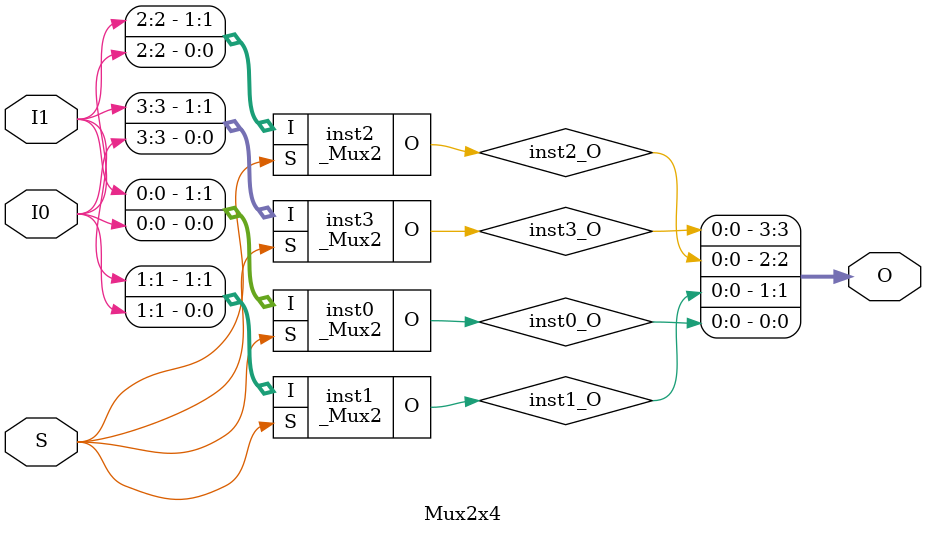
<source format=v>
module _Mux2 (input [1:0] I, input  S, output  O);
wire  inst0_out;
coreir_bitmux inst0 (.in0(I[0]), .in1(I[1]), .sel(S), .out(inst0_out));
assign O = inst0_out;
endmodule

module Mux2x4 (input [3:0] I0, input [3:0] I1, input  S, output [3:0] O);
wire  inst0_O;
wire  inst1_O;
wire  inst2_O;
wire  inst3_O;
_Mux2 inst0 (.I({I1[0],I0[0]}), .S(S), .O(inst0_O));
_Mux2 inst1 (.I({I1[1],I0[1]}), .S(S), .O(inst1_O));
_Mux2 inst2 (.I({I1[2],I0[2]}), .S(S), .O(inst2_O));
_Mux2 inst3 (.I({I1[3],I0[3]}), .S(S), .O(inst3_O));
assign O = {inst3_O,inst2_O,inst1_O,inst0_O};
endmodule


</source>
